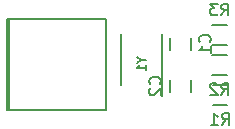
<source format=gbr>
G04 #@! TF.FileFunction,Legend,Bot*
%FSLAX46Y46*%
G04 Gerber Fmt 4.6, Leading zero omitted, Abs format (unit mm)*
G04 Created by KiCad (PCBNEW 4.0.4+dfsg1-stable) date Wed Feb 22 13:31:07 2017*
%MOMM*%
%LPD*%
G01*
G04 APERTURE LIST*
%ADD10C,0.100000*%
%ADD11C,0.150000*%
%ADD12C,0.127000*%
G04 APERTURE END LIST*
D10*
D11*
X84607400Y-59639200D02*
X76200000Y-59639200D01*
X84607400Y-67360800D02*
X76200000Y-67360800D01*
X76200000Y-59664600D02*
X76200000Y-67335400D01*
X76410820Y-67350640D02*
X76410820Y-59649360D01*
X84609940Y-59649360D02*
X84609940Y-67350640D01*
X85930000Y-60900000D02*
X85930000Y-65200000D01*
X89330000Y-66150000D02*
X89330000Y-60900000D01*
X91782000Y-61222000D02*
X91782000Y-62222000D01*
X90082000Y-62222000D02*
X90082000Y-61222000D01*
X90082000Y-65778000D02*
X90082000Y-64778000D01*
X91782000Y-64778000D02*
X91782000Y-65778000D01*
X94900000Y-65165000D02*
X93700000Y-65165000D01*
X93700000Y-66915000D02*
X94900000Y-66915000D01*
X94834000Y-62625000D02*
X93634000Y-62625000D01*
X93634000Y-64375000D02*
X94834000Y-64375000D01*
X93634000Y-61835000D02*
X94834000Y-61835000D01*
X94834000Y-60085000D02*
X93634000Y-60085000D01*
D12*
X87607957Y-63064143D02*
X87970814Y-63064143D01*
X87208814Y-62810143D02*
X87607957Y-63064143D01*
X87208814Y-63318143D01*
X87970814Y-63971286D02*
X87970814Y-63535858D01*
X87970814Y-63753572D02*
X87208814Y-63753572D01*
X87317671Y-63681001D01*
X87390243Y-63608429D01*
X87426529Y-63535858D01*
D11*
X93389143Y-61555334D02*
X93436762Y-61507715D01*
X93484381Y-61364858D01*
X93484381Y-61269620D01*
X93436762Y-61126762D01*
X93341524Y-61031524D01*
X93246286Y-60983905D01*
X93055810Y-60936286D01*
X92912952Y-60936286D01*
X92722476Y-60983905D01*
X92627238Y-61031524D01*
X92532000Y-61126762D01*
X92484381Y-61269620D01*
X92484381Y-61364858D01*
X92532000Y-61507715D01*
X92579619Y-61555334D01*
X93484381Y-62507715D02*
X93484381Y-61936286D01*
X93484381Y-62222000D02*
X92484381Y-62222000D01*
X92627238Y-62126762D01*
X92722476Y-62031524D01*
X92770095Y-61936286D01*
X89189143Y-65111334D02*
X89236762Y-65063715D01*
X89284381Y-64920858D01*
X89284381Y-64825620D01*
X89236762Y-64682762D01*
X89141524Y-64587524D01*
X89046286Y-64539905D01*
X88855810Y-64492286D01*
X88712952Y-64492286D01*
X88522476Y-64539905D01*
X88427238Y-64587524D01*
X88332000Y-64682762D01*
X88284381Y-64825620D01*
X88284381Y-64920858D01*
X88332000Y-65063715D01*
X88379619Y-65111334D01*
X88379619Y-65492286D02*
X88332000Y-65539905D01*
X88284381Y-65635143D01*
X88284381Y-65873239D01*
X88332000Y-65968477D01*
X88379619Y-66016096D01*
X88474857Y-66063715D01*
X88570095Y-66063715D01*
X88712952Y-66016096D01*
X89284381Y-65444667D01*
X89284381Y-66063715D01*
X94466666Y-68592381D02*
X94800000Y-68116190D01*
X95038095Y-68592381D02*
X95038095Y-67592381D01*
X94657142Y-67592381D01*
X94561904Y-67640000D01*
X94514285Y-67687619D01*
X94466666Y-67782857D01*
X94466666Y-67925714D01*
X94514285Y-68020952D01*
X94561904Y-68068571D01*
X94657142Y-68116190D01*
X95038095Y-68116190D01*
X93514285Y-68592381D02*
X94085714Y-68592381D01*
X93800000Y-68592381D02*
X93800000Y-67592381D01*
X93895238Y-67735238D01*
X93990476Y-67830476D01*
X94085714Y-67878095D01*
X94400666Y-66052381D02*
X94734000Y-65576190D01*
X94972095Y-66052381D02*
X94972095Y-65052381D01*
X94591142Y-65052381D01*
X94495904Y-65100000D01*
X94448285Y-65147619D01*
X94400666Y-65242857D01*
X94400666Y-65385714D01*
X94448285Y-65480952D01*
X94495904Y-65528571D01*
X94591142Y-65576190D01*
X94972095Y-65576190D01*
X94019714Y-65147619D02*
X93972095Y-65100000D01*
X93876857Y-65052381D01*
X93638761Y-65052381D01*
X93543523Y-65100000D01*
X93495904Y-65147619D01*
X93448285Y-65242857D01*
X93448285Y-65338095D01*
X93495904Y-65480952D01*
X94067333Y-66052381D01*
X93448285Y-66052381D01*
X94400666Y-59312381D02*
X94734000Y-58836190D01*
X94972095Y-59312381D02*
X94972095Y-58312381D01*
X94591142Y-58312381D01*
X94495904Y-58360000D01*
X94448285Y-58407619D01*
X94400666Y-58502857D01*
X94400666Y-58645714D01*
X94448285Y-58740952D01*
X94495904Y-58788571D01*
X94591142Y-58836190D01*
X94972095Y-58836190D01*
X94067333Y-58312381D02*
X93448285Y-58312381D01*
X93781619Y-58693333D01*
X93638761Y-58693333D01*
X93543523Y-58740952D01*
X93495904Y-58788571D01*
X93448285Y-58883810D01*
X93448285Y-59121905D01*
X93495904Y-59217143D01*
X93543523Y-59264762D01*
X93638761Y-59312381D01*
X93924476Y-59312381D01*
X94019714Y-59264762D01*
X94067333Y-59217143D01*
M02*

</source>
